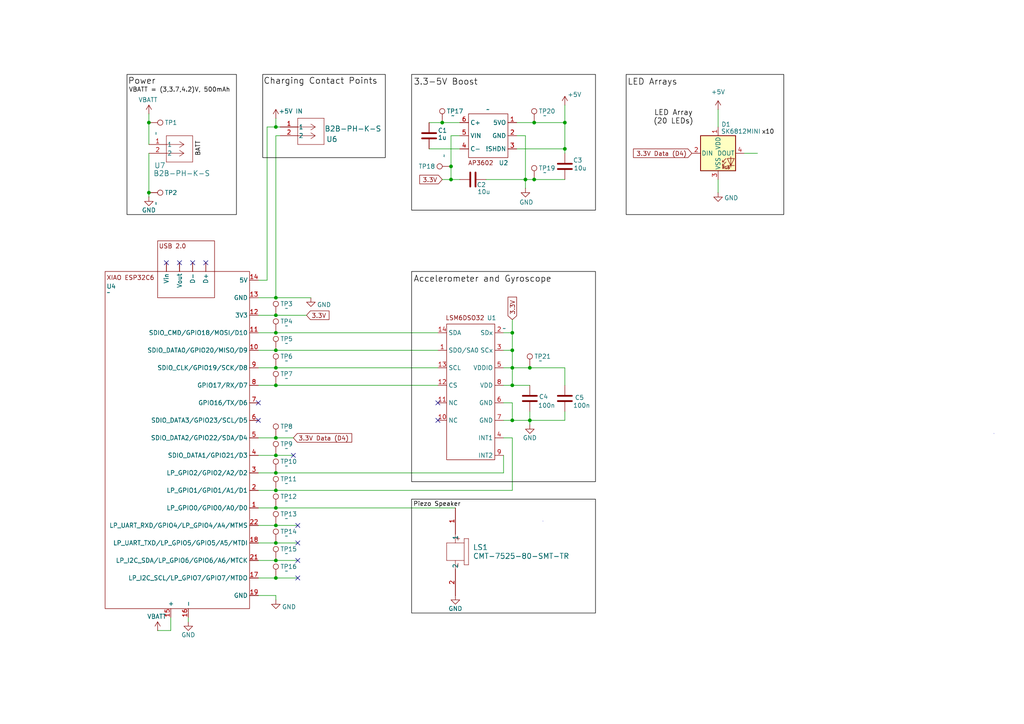
<source format=kicad_sch>
(kicad_sch (version 20231120) (generator "eeschema") (generator_version "8.0")
  (paper "A4")
  (title_block (title "LED20 Updated Schematic") (date "2024-11-12") (rev "3") (company "Team 01") (comment 1 "Schematic of LED20 prototype"))
  (lib_symbols
    (symbol "2024-11-12_01-25-46:B2B-PH-K-S" (pin_names (offset 0.254))
      (property "Reference" "U6" (at 3.302 -4.318 0))
      (property "Value" "B2B-PH-K-S" (at 5.588 -6.35 0))
      (symbol "B2B-PH-K-S_1_1"
        (polyline (pts (xy 5.08 -5.08) (xy 12.7 -5.08)) (stroke (width 0.127)))
        (polyline (pts (xy 5.08 2.54) (xy 5.08 -5.08)) (stroke (width 0.127)))
        (polyline (pts (xy 10.16 -2.54) (xy 5.08 -2.54)) (stroke (width 0.127)))
        (polyline (pts (xy 10.16 -2.54) (xy 8.89 -3.3867)) (stroke (width 0.127)))
        (polyline (pts (xy 10.16 -2.54) (xy 8.89 -1.6933)) (stroke (width 0.127)))
        (polyline (pts (xy 10.16 0) (xy 5.08 0)) (stroke (width 0.127)))
        (polyline (pts (xy 10.16 0) (xy 8.89 -0.8467)) (stroke (width 0.127)))
        (polyline (pts (xy 10.16 0) (xy 8.89 0.8467)) (stroke (width 0.127)))
        (polyline (pts (xy 12.7 -5.08) (xy 12.7 2.54)) (stroke (width 0.127)))
        (polyline (pts (xy 12.7 2.54) (xy 5.08 2.54)) (stroke (width 0.127)))
        (pin power_out line (at 0 0 0) (length 5.08) (name "1") (number "1"))
        (pin power_out line (at 0 -2.54 0) (length 5.08) (name "2") (number "2"))
      )
    )
    (symbol "2024-11-12_02-31-52:CMT-7525-80-SMT-TR" (pin_names (offset 0.254))
      (property "Reference" "LS" (at 12.7 10.16 0))
      (property "Value" "CMT-7525-80-SMT-TR" (at 12.7 7.62 0))
      (symbol "CMT-7525-80-SMT-TR_1_1"
        (polyline (pts (xy 7.62 0) (xy 10.16 0)) (stroke (width 0.127)))
        (polyline (pts (xy 8.382 0.762) (xy 9.398 0.762)) (stroke (width 0.127)))
        (polyline (pts (xy 8.89 1.27) (xy 8.89 0.254)) (stroke (width 0.127)))
        (polyline (pts (xy 8.89 3.81) (xy 8.89 2.54)) (stroke (width 0.127)))
        (polyline (pts (xy 8.89 3.81) (xy 16.51 3.81)) (stroke (width 0.127)))
        (polyline (pts (xy 10.16 -2.54) (xy 15.24 -2.54)) (stroke (width 0.127)))
        (polyline (pts (xy 10.16 2.54) (xy 10.16 -2.54)) (stroke (width 0.127)))
        (polyline (pts (xy 15.24 -2.54) (xy 15.24 2.54)) (stroke (width 0.127)))
        (polyline (pts (xy 16.002 0.762) (xy 17.018 0.762)) (stroke (width 0.127)))
        (polyline (pts (xy 16.51 2.54) (xy 8.89 2.54)) (stroke (width 0.127)))
        (polyline (pts (xy 16.51 3.81) (xy 16.51 2.54)) (stroke (width 0.127)))
        (polyline (pts (xy 17.78 0) (xy 15.24 0)) (stroke (width 0.127)))
        (pin unspecified line (at 0 0 0) (length 7.62) (name "1") (number "1"))
        (pin unspecified line (at 25.4 0 180) (length 7.62) (name "2") (number "2"))
      )
    )
    (symbol "B2B-PH-K-S_1" (pin_names (offset 0.254))
      (property "Reference" "U7" (at 1.524 -6.096 0))
      (property "Value" "B2B-PH-K-S" (at 1.27 -8.382 0))
      (symbol "B2B-PH-K-S_1_1_1"
        (polyline (pts (xy 5.08 -5.08) (xy 12.7 -5.08)) (stroke (width 0.127)))
        (polyline (pts (xy 5.08 2.54) (xy 5.08 -5.08)) (stroke (width 0.127)))
        (polyline (pts (xy 10.16 -2.54) (xy 5.08 -2.54)) (stroke (width 0.127)))
        (polyline (pts (xy 10.16 -2.54) (xy 8.89 -3.3867)) (stroke (width 0.127)))
        (polyline (pts (xy 10.16 -2.54) (xy 8.89 -1.6933)) (stroke (width 0.127)))
        (polyline (pts (xy 10.16 0) (xy 5.08 0)) (stroke (width 0.127)))
        (polyline (pts (xy 10.16 0) (xy 8.89 -0.8467)) (stroke (width 0.127)))
        (polyline (pts (xy 10.16 0) (xy 8.89 0.8467)) (stroke (width 0.127)))
        (polyline (pts (xy 12.7 -5.08) (xy 12.7 2.54)) (stroke (width 0.127)))
        (polyline (pts (xy 12.7 2.54) (xy 5.08 2.54)) (stroke (width 0.127)))
        (pin power_out line (at 0 0 0) (length 5.08) (name "1") (number "1"))
        (pin power_out line (at 0 -2.54 0) (length 5.08) (name "2") (number "2"))
      )
    )
    (symbol "Connector:TestPoint" (pin_numbers hide) (pin_names (offset 0.762) hide)
      (property "Reference" "TP" (at 0 6.858 0))
      (property "Value" "TestPoint" (at 0 5.08 0))
      (symbol "TestPoint_0_1"
        (circle (center 0 3.302) (radius 0.762))
      )
      (symbol "TestPoint_1_1"
        (pin passive line (at 0 0 90) (length 2.54) (name "1") (number "1"))
      )
    )
    (symbol "Device:C" (pin_numbers hide) (pin_names (offset 0.254))
      (property "Reference" "C" (at 0.635 2.54 0))
      (property "Value" "C" (at 0.635 -2.54 0))
      (symbol "C_0_1"
        (polyline (pts (xy -2.032 -0.762) (xy 2.032 -0.762)) (stroke (width 0.508)))
        (polyline (pts (xy -2.032 0.762) (xy 2.032 0.762)) (stroke (width 0.508)))
      )
      (symbol "C_1_1"
        (pin passive line (at 0 3.81 270) (length 2.794) (name "~") (number "1"))
        (pin passive line (at 0 -3.81 90) (length 2.794) (name "~") (number "2"))
      )
    )
    (symbol "LED20_Library:AP3602"
      (property "Reference" "U" (at 3.302 -14.224 0))
      (symbol "AP3602_0_1"
        (rectangle (start -7.62 0) (end 3.81 -12.7))
      )
      (symbol "AP3602_1_1"
        (text "AP3602" (at -4.064 -14.224 0) (effects (font (size 1.27 1.27))))
        (pin power_out line (at 6.35 -2.54 180) (length 2.54) (name "5VO") (number "1"))
        (pin power_in line (at 6.35 -6.35 180) (length 2.54) (name "GND") (number "2"))
        (pin input line (at 6.35 -10.16 180) (length 2.54) (name "!SHDN") (number "3"))
        (pin input line (at -10.16 -10.16 0) (length 2.54) (name "C-") (number "4"))
        (pin power_in line (at -10.16 -6.35 0) (length 2.54) (name "VIN") (number "5"))
        (pin input line (at -10.16 -2.54 0) (length 2.54) (name "C+") (number "6"))
      )
    )
    (symbol "LED20_Library:LSM6DSO32"
      (property "Reference" "U1" (at 1.524 4.318 0))
      (property "Value" "~" (at 6.0041 1.27 0))
      (symbol "LSM6DSO32_0_1"
        (rectangle (start -10.16 2.54) (end 3.81 -36.83))
      )
      (symbol "LSM6DSO32_1_1"
        (text "LSM6DSO32" (at -4.826 4.318 0) (effects (font (size 1.27 1.27))))
        (pin output line (at -12.7 -5.08 0) (length 2.54) (name "SDO/SA0") (number "1"))
        (pin unspecified line (at -12.7 -25.4 0) (length 2.54) (name "NC") (number "10"))
        (pin unspecified line (at -12.7 -20.32 0) (length 2.54) (name "NC") (number "11"))
        (pin input line (at -12.7 -15.24 0) (length 2.54) (name "CS") (number "12"))
        (pin output line (at -12.7 -10.16 0) (length 2.54) (name "SCL") (number "13"))
        (pin output line (at -12.7 0 0) (length 2.54) (name "SDA") (number "14"))
        (pin power_in line (at 6.35 0 180) (length 2.54) (name "SDx") (number "2"))
        (pin power_in line (at 6.35 -5.08 180) (length 2.54) (name "SCx") (number "3"))
        (pin output line (at 6.35 -30.48 180) (length 2.54) (name "INT1") (number "4"))
        (pin power_in line (at 6.35 -10.16 180) (length 2.54) (name "VDDIO") (number "5"))
        (pin power_in line (at 6.35 -20.32 180) (length 2.54) (name "GND") (number "6"))
        (pin power_in line (at 6.35 -25.4 180) (length 2.54) (name "GND") (number "7"))
        (pin power_in line (at 6.35 -15.24 180) (length 2.54) (name "VDD") (number "8"))
        (pin output line (at 6.35 -35.56 180) (length 2.54) (name "INT2") (number "9"))
      )
    )
    (symbol "LED20_Library:XIAO_ESP32C6"
      (property "Reference" "U4" (at -24.892 28.702 0))
      (property "Value" "~" (at -25.654 26.924 0))
      (symbol "XIAO_ESP32C6_0_1"
        (rectangle (start -26.67 33.02) (end 15.24 -64.77))
        (rectangle (start -11.43 41.91) (end 5.08 25.4))
      )
      (symbol "XIAO_ESP32C6_1_1"
        (text "USB 2.0" (at -7.112 40.386 0) (effects (font (size 1.27 1.27))))
        (text "XIAO ESP32C6" (at -19.304 31.242 0) (effects (font (size 1.27 1.27))))
        (pin bidirectional line (at 2.54 35.56 270) (length 2.54) (name "D+") (number ""))
        (pin bidirectional line (at -1.27 35.56 270) (length 2.54) (name "D-") (number ""))
        (pin power_in line (at -8.89 35.56 270) (length 2.54) (name "Vin") (number ""))
        (pin power_out line (at -5.08 35.56 270) (length 2.54) (name "Vout") (number ""))
        (pin bidirectional line (at 17.78 -35.56 180) (length 2.54) (name "LP_GPIO0/GPIO0/A0/D0") (number "1"))
        (pin bidirectional line (at 17.78 10.16 180) (length 2.54) (name "SDIO_DATA0/GPIO20/MISO/D9") (number "10"))
        (pin bidirectional line (at 17.78 15.24 180) (length 2.54) (name "SDIO_CMD/GPIO18/MOSI/D10") (number "11"))
        (pin power_out line (at 17.78 20.32 180) (length 2.54) (name "3V3") (number "12"))
        (pin power_in line (at 17.78 25.4 180) (length 2.54) (name "GND") (number "13"))
        (pin power_in line (at 17.78 30.48 180) (length 2.54) (name "5V") (number "14"))
        (pin power_in line (at -7.62 -67.31 90) (length 2.54) (name "+") (number "15"))
        (pin power_in line (at -2.54 -67.31 90) (length 2.54) (name "-") (number "16"))
        (pin bidirectional line (at 17.78 -55.88 180) (length 2.54) (name "LP_I2C_SCL/LP_GPIO7/GPIO7/MTDO") (number "17"))
        (pin bidirectional line (at 17.78 -45.72 180) (length 2.54) (name "LP_UART_TXD/LP_GPIO5/GPIO5/A5/MTDI") (number "18"))
        (pin power_in line (at 17.78 -60.96 180) (length 2.54) (name "GND") (number "19"))
        (pin bidirectional line (at 17.78 -30.48 180) (length 2.54) (name "LP_GPIO1/GPIO1/A1/D1") (number "2"))
        (pin bidirectional line (at 17.78 -50.8 180) (length 2.54) (name "LP_I2C_SDA/LP_GPIO6/GPIO6/A6/MTCK") (number "21"))
        (pin bidirectional line (at 17.78 -40.64 180) (length 2.54) (name "LP_UART_RXD/GPIO4/LP_GPIO4/A4/MTMS") (number "22"))
        (pin bidirectional line (at 17.78 -25.4 180) (length 2.54) (name "LP_GPIO2/GPIO2/A2/D2") (number "3"))
        (pin bidirectional line (at 17.78 -20.32 180) (length 2.54) (name "SDIO_DATA1/GPIO21/D3") (number "4"))
        (pin bidirectional line (at 17.78 -15.24 180) (length 2.54) (name "SDIO_DATA2/GPIO22/SDA/D4") (number "5"))
        (pin bidirectional line (at 17.78 -10.16 180) (length 2.54) (name "SDIO_DATA3/GPIO23/SCL/D5") (number "6"))
        (pin bidirectional line (at 17.78 -5.08 180) (length 2.54) (name "GPIO16/TX/D6") (number "7"))
        (pin bidirectional line (at 17.78 0 180) (length 2.54) (name "GPIO17/RX/D7") (number "8"))
        (pin bidirectional line (at 17.78 5.08 180) (length 2.54) (name "SDIO_CLK/GPIO19/SCK/D8") (number "9"))
      )
    )
    (symbol "LED:SK6812MINI" (pin_names (offset 0.254))
      (property "Reference" "D1" (at 2.286 8.382 0))
      (property "Value" "SK6812MINI" (at 6.604 6.35 0))
      (symbol "SK6812MINI_0_0"
        (text "RGB" (at 2.286 -4.191 0) (effects (font (size 0.762 0.762))))
      )
      (symbol "SK6812MINI_0_1"
        (polyline (pts (xy 1.27 -3.556) (xy 1.778 -3.556)))
        (polyline (pts (xy 1.27 -2.54) (xy 1.778 -2.54)))
        (polyline (pts (xy 4.699 -3.556) (xy 2.667 -3.556)))
        (polyline (pts (xy 2.286 -2.54) (xy 1.27 -3.556) (xy 1.27 -3.048)))
        (polyline (pts (xy 2.286 -1.524) (xy 1.27 -2.54) (xy 1.27 -2.032)))
        (polyline (pts (xy 3.683 -1.016) (xy 3.683 -3.556) (xy 3.683 -4.064)))
        (polyline (pts (xy 4.699 -1.524) (xy 2.667 -1.524) (xy 3.683 -3.556) (xy 4.699 -1.524)))
        (rectangle (start 5.08 5.08) (end -5.08 -5.08) (stroke (width 0.254)) (fill (type background)))
      )
      (symbol "SK6812MINI_1_1"
        (pin power_in line (at 0 7.62 270) (length 2.54) (name "VDD") (number "1"))
        (pin input line (at -7.62 0 0) (length 2.54) (name "DIN") (number "2"))
        (pin power_in line (at 0 -7.62 90) (length 2.54) (name "VSS") (number "3"))
        (pin output line (at 7.62 0 180) (length 2.54) (name "DOUT") (number "4"))
      )
    )
    (symbol "power:+5V" (power) (pin_numbers hide) (pin_names (offset 0) hide)
      (property "Value" "+5V" (at 0 3.556 0))
      (symbol "+5V_0_1"
        (polyline (pts (xy -0.762 1.27) (xy 0 2.54)))
        (polyline (pts (xy 0 0) (xy 0 2.54)))
        (polyline (pts (xy 0 2.54) (xy 0.762 1.27)))
      )
      (symbol "+5V_1_1"
        (pin power_in line (at 0 0 90) (length 0) (name "~") (number "1"))
      )
    )
    (symbol "power:+BATT" (power) (pin_numbers hide) (pin_names (offset 0) hide)
      (property "Value" "+BATT" (at 0 3.556 0))
      (symbol "+BATT_0_1"
        (polyline (pts (xy -0.762 1.27) (xy 0 2.54)))
        (polyline (pts (xy 0 0) (xy 0 2.54)))
        (polyline (pts (xy 0 2.54) (xy 0.762 1.27)))
      )
      (symbol "+BATT_1_1"
        (pin power_in line (at 0 0 90) (length 0) (name "~") (number "1"))
      )
    )
    (symbol "power:GND" (power) (pin_numbers hide) (pin_names (offset 0) hide)
      (property "Value" "GND" (at 0 -3.81 0))
      (symbol "GND_0_1"
        (polyline (pts (xy 0 0) (xy 0 -1.27) (xy 1.27 -1.27) (xy 0 -2.54) (xy -1.27 -1.27) (xy 0 -1.27)))
      )
      (symbol "GND_1_1"
        (pin power_in line (at 0 0 270) (length 0) (name "~") (number "1"))
      )
    )
  )
  (junction (at 153.67 121.92))
  (junction (at 148.59 121.92))
  (junction (at 130.81 52.07))
  (junction (at 148.59 106.68))
  (junction (at 154.94 52.07))
  (junction (at 43.18 35.56))
  (junction (at 80.01 167.64))
  (junction (at 80.01 36.83))
  (junction (at 80.01 96.52))
  (junction (at 153.67 106.68))
  (junction (at 152.4 52.07))
  (junction (at 80.01 86.36))
  (junction (at 43.18 55.88))
  (junction (at 80.01 106.68))
  (junction (at 148.59 101.6))
  (junction (at 80.01 91.44))
  (junction (at 80.01 142.24))
  (junction (at 80.01 162.56))
  (junction (at 80.01 157.48))
  (junction (at 163.83 43.18))
  (junction (at 80.01 127))
  (junction (at 154.94 35.56))
  (junction (at 148.59 96.52))
  (junction (at 80.01 137.16))
  (junction (at 80.01 132.08))
  (junction (at 80.01 101.6))
  (junction (at 128.27 35.56))
  (junction (at 130.81 48.26))
  (junction (at 80.01 147.32))
  (junction (at 80.01 111.76))
  (junction (at 163.83 35.56))
  (junction (at 148.59 111.76))
  (junction (at 80.01 152.4))
  (no_connect (at 127 116.84))
  (no_connect (at 127 121.92))
  (no_connect (at 55.88 76.2))
  (no_connect (at 86.36 152.4))
  (no_connect (at 59.69 76.2))
  (no_connect (at 86.36 162.56))
  (no_connect (at 74.93 116.84))
  (no_connect (at 86.36 167.64))
  (no_connect (at 74.93 121.92))
  (no_connect (at 85.09 132.08))
  (no_connect (at 52.07 76.2))
  (no_connect (at 86.36 157.48))
  (no_connect (at 48.26 76.2))
  (wire (pts (xy 152.4 54.61) (xy 152.4 52.07)))
  (wire (pts (xy 148.59 142.24) (xy 148.59 127)))
  (wire (pts (xy 146.05 132.08) (xy 146.05 137.16)))
  (wire (pts (xy 80.01 86.36) (xy 90.17 86.36)))
  (wire (pts (xy 215.9 44.45) (xy 219.71 44.45)))
  (wire (pts (xy 153.67 121.92) (xy 148.59 121.92)))
  (wire (pts (xy 163.83 44.45) (xy 163.83 43.18)))
  (wire (pts (xy 80.01 137.16) (xy 74.93 137.16)))
  (wire (pts (xy 80.01 152.4) (xy 74.93 152.4)))
  (wire (pts (xy 152.4 52.07) (xy 152.4 39.37)))
  (wire (pts (xy 148.59 127) (xy 146.05 127)))
  (wire (pts (xy 80.01 127) (xy 85.09 127)))
  (wire (pts (xy 163.83 30.48) (xy 163.83 35.56)))
  (wire (pts (xy 148.59 96.52) (xy 148.59 92.71)))
  (wire (pts (xy 146.05 116.84) (xy 148.59 116.84)))
  (wire (pts (xy 86.36 152.4) (xy 80.01 152.4)))
  (wire (pts (xy 80.01 101.6) (xy 127 101.6)))
  (wire (pts (xy 80.01 157.48) (xy 74.93 157.48)))
  (wire (pts (xy 146.05 101.6) (xy 148.59 101.6)))
  (wire (pts (xy 146.05 137.16) (xy 80.01 137.16)))
  (wire (pts (xy 148.59 111.76) (xy 153.67 111.76)))
  (wire (pts (xy 154.94 52.07) (xy 152.4 52.07)))
  (wire (pts (xy 80.01 132.08) (xy 85.09 132.08)))
  (wire (pts (xy 43.18 44.45) (xy 43.18 55.88)))
  (wire (pts (xy 146.05 121.92) (xy 148.59 121.92)))
  (wire (pts (xy 208.28 52.07) (xy 208.28 55.88)))
  (wire (pts (xy 86.36 167.64) (xy 80.01 167.64)))
  (wire (pts (xy 74.93 106.68) (xy 80.01 106.68)))
  (wire (pts (xy 74.93 142.24) (xy 80.01 142.24)))
  (wire (pts (xy 130.81 52.07) (xy 133.35 52.07)))
  (wire (pts (xy 43.18 55.88) (xy 43.18 57.15)))
  (wire (pts (xy 80.01 39.37) (xy 80.01 86.36)))
  (wire (pts (xy 74.93 101.6) (xy 80.01 101.6)))
  (wire (pts (xy 74.93 132.08) (xy 80.01 132.08)))
  (wire (pts (xy 146.05 111.76) (xy 148.59 111.76)))
  (wire (pts (xy 146.05 96.52) (xy 148.59 96.52)))
  (wire (pts (xy 153.67 123.19) (xy 153.67 121.92)))
  (wire (pts (xy 163.83 111.76) (xy 163.83 106.68)))
  (wire (pts (xy 80.01 142.24) (xy 148.59 142.24)))
  (wire (pts (xy 148.59 111.76) (xy 148.59 106.68)))
  (wire (pts (xy 133.35 39.37) (xy 130.81 39.37)))
  (wire (pts (xy 80.01 167.64) (xy 74.93 167.64)))
  (wire (pts (xy 148.59 106.68) (xy 153.67 106.68)))
  (wire (pts (xy 86.36 162.56) (xy 80.01 162.56)))
  (wire (pts (xy 80.01 91.44) (xy 88.9 91.44)))
  (wire (pts (xy 140.97 52.07) (xy 152.4 52.07)))
  (wire (pts (xy 128.27 35.56) (xy 133.35 35.56)))
  (wire (pts (xy 54.61 179.07) (xy 54.61 180.34)))
  (wire (pts (xy 149.86 39.37) (xy 152.4 39.37)))
  (wire (pts (xy 43.18 35.56) (xy 43.18 41.91)))
  (wire (pts (xy 80.01 106.68) (xy 127 106.68)))
  (wire (pts (xy 77.47 36.83) (xy 80.01 36.83)))
  (wire (pts (xy 149.86 35.56) (xy 154.94 35.56)))
  (wire (pts (xy 153.67 121.92) (xy 163.83 121.92)))
  (wire (pts (xy 130.81 48.26) (xy 130.81 52.07)))
  (wire (pts (xy 74.93 96.52) (xy 80.01 96.52)))
  (wire (pts (xy 49.53 179.07) (xy 49.53 182.88)))
  (wire (pts (xy 80.01 162.56) (xy 74.93 162.56)))
  (wire (pts (xy 45.72 182.88) (xy 49.53 182.88)))
  (wire (pts (xy 74.93 111.76) (xy 80.01 111.76)))
  (wire (pts (xy 148.59 106.68) (xy 148.59 101.6)))
  (wire (pts (xy 163.83 52.07) (xy 154.94 52.07)))
  (wire (pts (xy 154.94 35.56) (xy 163.83 35.56)))
  (wire (pts (xy 153.67 119.38) (xy 153.67 121.92)))
  (wire (pts (xy 124.46 35.56) (xy 128.27 35.56)))
  (wire (pts (xy 130.81 39.37) (xy 130.81 48.26)))
  (wire (pts (xy 80.01 147.32) (xy 132.08 147.32)))
  (wire (pts (xy 74.93 147.32) (xy 80.01 147.32)))
  (wire (pts (xy 80.01 39.37) (xy 81.28 39.37)))
  (wire (pts (xy 153.67 106.68) (xy 163.83 106.68)))
  (wire (pts (xy 146.05 106.68) (xy 148.59 106.68)))
  (wire (pts (xy 74.93 172.72) (xy 80.01 172.72)))
  (wire (pts (xy 148.59 116.84) (xy 148.59 121.92)))
  (wire (pts (xy 77.47 81.28) (xy 74.93 81.28)))
  (wire (pts (xy 208.28 31.75) (xy 208.28 36.83)))
  (wire (pts (xy 74.93 91.44) (xy 80.01 91.44)))
  (wire (pts (xy 80.01 172.72) (xy 80.01 173.99)))
  (wire (pts (xy 74.93 86.36) (xy 80.01 86.36)))
  (wire (pts (xy 80.01 34.29) (xy 80.01 36.83)))
  (wire (pts (xy 86.36 157.48) (xy 80.01 157.48)))
  (wire (pts (xy 80.01 96.52) (xy 127 96.52)))
  (wire (pts (xy 163.83 119.38) (xy 163.83 121.92)))
  (wire (pts (xy 43.18 33.02) (xy 43.18 35.56)))
  (wire (pts (xy 148.59 101.6) (xy 148.59 96.52)))
  (wire (pts (xy 124.46 43.18) (xy 133.35 43.18)))
  (wire (pts (xy 149.86 43.18) (xy 163.83 43.18)))
  (wire (pts (xy 74.93 127) (xy 80.01 127)))
  (wire (pts (xy 80.01 111.76) (xy 127 111.76)))
  (wire (pts (xy 81.28 36.83) (xy 80.01 36.83)))
  (wire (pts (xy 77.47 36.83) (xy 77.47 81.28)))
  (wire (pts (xy 163.83 35.56) (xy 163.83 43.18)))
  (wire (pts (xy 128.27 52.07) (xy 130.81 52.07)))
  (rectangle (start 157.48 151.13) (end 157.48 151.13))
  (rectangle (start 119.38 78.74) (end 172.72 139.7) (stroke (width 0) (color 0 0 0 1)))
  (rectangle (start 119.38 144.78) (end 172.72 177.8) (stroke (width 0) (color 0 0 0 1)))
  (rectangle (start 76.2 21.59) (end 111.76 45.72) (stroke (width 0) (color 0 0 0 1)))
  (rectangle (start 181.61 21.59) (end 227.33 62.23) (stroke (width 0) (color 0 0 0 1)))
  (rectangle (start 119.38 21.59) (end 172.72 60.96) (stroke (width 0) (color 0 0 0 1)))
  (rectangle (start 288.29 125.73) (end 288.29 125.73))
  (rectangle (start 36.83 21.59) (end 68.58 62.23) (stroke (width 0) (color 0 0 0 1)))
  (text "Charging Contact Points\n" (at 92.964 23.622 0) (effects (font (size 1.778 1.778))))
  (text "Piezo Speaker\n" (at 126.746 146.304 0) (effects (font (size 1.27 1.27))))
  (text "3.3-5V Boost" (at 129.286 23.876 0) (effects (font (size 1.778 1.778))))
  (text "VBATT = (3,3.7,4.2)V, 500mAh" (at 52.07 26.162 0) (effects (font (size 1.27 1.27))))
  (text "BATT" (at 57.404 43.18 90) (effects (font (size 1.27 1.27))))
  (text "LED Arrays" (at 189.23 23.876 0) (effects (font (size 1.778 1.778))))
  (text "Power" (at 41.148 23.622 0) (effects (font (size 1.778 1.778))))
  (text "Accelerometer and Gyroscope\n" (at 139.954 81.026 0) (effects (font (size 1.778 1.778))))
  (text "LED Array\n(20 LEDs)" (at 195.326 34.036 0) (effects (font (size 1.524 1.524))))
  (text "x10" (at 222.758 38.354 0) (effects (font (size 1.27 1.27))))
  (global_label "3.3V" (shape input) (at 148.59 92.71 90) (property "Intersheetrefs" "${INTERSHEET_REFS}" (effects (hide yes))))
  (global_label "3.3V" (shape input) (at 128.27 52.07 180) (property "Intersheetrefs" "${INTERSHEET_REFS}" (effects (hide yes))))
  (global_label "3.3V Data (D4)" (shape input) (at 200.66 44.45 180) (property "Intersheetrefs" "${INTERSHEET_REFS}" (effects (hide yes))))
  (global_label "3.3V Data (D4)" (shape input) (at 85.09 127 0) (property "Intersheetrefs" "${INTERSHEET_REFS}" (effects (hide yes))))
  (global_label "3.3V" (shape input) (at 88.9 91.44 0) (property "Intersheetrefs" "${INTERSHEET_REFS}" (effects (hide yes))))
  (symbol (lib_id "Connector:TestPoint") (at 80.01 137.16 0) (unit 1)
    (property "Reference" "TP10" (at 81.28 133.858 0) (effects (justify left)))
    (property "Value" "~" (at 82.55 135.128 0) (effects (justify left)))
    (property "Footprint" "TestPoint:TestPoint_Pad_D1.0mm" (effects (hide yes)))
    (property "Description" "test point" (effects (hide yes)))
  )
  (symbol (lib_id "Connector:TestPoint") (at 80.01 101.6 0) (unit 1)
    (property "Reference" "TP5" (at 81.28 98.298 0) (effects (justify left)))
    (property "Value" "~" (at 82.55 99.568 0) (effects (justify left)))
    (property "Footprint" "TestPoint:TestPoint_Pad_D1.0mm" (effects (hide yes)))
    (property "Description" "test point" (effects (hide yes)))
  )
  (symbol (lib_id "power:+5V") (at 163.83 30.48 0) (unit 1)
    (property "Reference" "#PWR05" (effects (hide yes)))
    (property "Value" "+5V" (at 166.624 27.432 0))
    (property "Description" "Power symbol creates a global label with name \"+5V\"" (effects (hide yes)))
  )
  (symbol (lib_id "Connector:TestPoint") (at 130.81 48.26 90) (unit 1)
    (property "Reference" "TP18" (at 126.238 48.26 90) (effects (justify left)))
    (property "Value" "~" (at 128.778 45.72 0) (effects (justify left)))
    (property "Footprint" "TestPoint:TestPoint_Pad_D1.0mm" (effects (hide yes)))
    (property "Description" "test point" (effects (hide yes)))
  )
  (symbol (lib_id "Device:C") (at 163.83 115.57 180) (unit 1)
    (property "Reference" "C5" (at 169.418 115.316 0) (effects (justify left)))
    (property "Value" "100n" (at 171.196 117.602 0) (effects (justify left)))
    (property "Footprint" "Capacitor_SMD:C_0603_1608Metric" (effects (hide yes)))
    (property "Description" "Unpolarized capacitor" (effects (hide yes)))
  )
  (symbol (lib_id "Device:C") (at 124.46 39.37 0) (unit 1)
    (property "Reference" "C1" (at 127 37.846 0) (effects (justify left)))
    (property "Value" "1u" (at 127 39.878 0) (effects (justify left)))
    (property "Footprint" "Capacitor_SMD:C_0603_1608Metric" (effects (hide yes)))
    (property "Description" "Unpolarized capacitor" (effects (hide yes)))
  )
  (symbol (lib_id "power:+5V") (at 208.28 31.75 0) (unit 1)
    (property "Reference" "#PWR08" (effects (hide yes)))
    (property "Value" "+5V" (at 208.28 26.67 0))
    (property "Description" "Power symbol creates a global label with name \"+5V\"" (effects (hide yes)))
  )
  (symbol (lib_id "Connector:TestPoint") (at 80.01 167.64 0) (unit 1)
    (property "Reference" "TP16" (at 81.28 164.338 0) (effects (justify left)))
    (property "Value" "~" (at 82.55 165.608 0) (effects (justify left)))
    (property "Footprint" "TestPoint:TestPoint_Pad_D1.0mm" (effects (hide yes)))
    (property "Description" "test point" (effects (hide yes)))
  )
  (symbol (lib_id "Device:C") (at 163.83 48.26 180) (unit 1)
    (property "Reference" "C3" (at 168.91 46.482 0) (effects (justify left)))
    (property "Value" "10u" (at 170.18 48.768 0) (effects (justify left)))
    (property "Footprint" "Capacitor_SMD:C_0603_1608Metric" (effects (hide yes)))
    (property "Description" "Unpolarized capacitor" (effects (hide yes)))
  )
  (symbol (lib_id "power:GND") (at 132.08 172.72 0) (unit 1)
    (property "Reference" "#PWR015" (effects (hide yes)))
    (property "Value" "GND" (at 132.08 176.53 0))
    (property "Description" "Power symbol creates a global label with name \"GND\" , ground" (effects (hide yes)))
  )
  (symbol (lib_id "Connector:TestPoint") (at 80.01 147.32 0) (unit 1)
    (property "Reference" "TP12" (at 81.28 144.018 0) (effects (justify left)))
    (property "Value" "~" (at 82.55 145.288 0) (effects (justify left)))
    (property "Footprint" "TestPoint:TestPoint_Pad_D1.0mm" (effects (hide yes)))
    (property "Description" "test point" (effects (hide yes)))
  )
  (symbol (lib_id "Connector:TestPoint") (at 80.01 157.48 0) (unit 1)
    (property "Reference" "TP14" (at 81.28 154.178 0) (effects (justify left)))
    (property "Value" "~" (at 82.55 155.448 0) (effects (justify left)))
    (property "Footprint" "TestPoint:TestPoint_Pad_D1.0mm" (effects (hide yes)))
    (property "Description" "test point" (effects (hide yes)))
  )
  (symbol (lib_id "power:GND") (at 208.28 55.88 0) (unit 1)
    (property "Reference" "#PWR010" (effects (hide yes)))
    (property "Value" "GND" (at 212.09 57.404 0))
    (property "Description" "Power symbol creates a global label with name \"GND\" , ground" (effects (hide yes)))
  )
  (symbol (lib_id "power:GND") (at 80.01 173.99 0) (unit 1)
    (property "Reference" "#PWR06" (effects (hide yes)))
    (property "Value" "GND" (at 83.82 176.022 0))
    (property "Description" "Power symbol creates a global label with name \"GND\" , ground" (effects (hide yes)))
  )
  (symbol (lib_id "Connector:TestPoint") (at 80.01 127 0) (unit 1)
    (property "Reference" "TP8" (at 81.28 123.698 0) (effects (justify left)))
    (property "Value" "~" (at 82.55 124.968 0) (effects (justify left)))
    (property "Footprint" "TestPoint:TestPoint_Pad_D1.0mm" (effects (hide yes)))
    (property "Description" "test point" (effects (hide yes)))
  )
  (symbol (lib_id "power:+BATT") (at 45.72 182.88 0) (unit 1)
    (property "Reference" "#PWR03" (effects (hide yes)))
    (property "Value" "VBATT" (at 45.466 178.816 0))
    (property "Description" "Power symbol creates a global label with name \"+BATT\"" (effects (hide yes)))
  )
  (symbol (lib_id "power:GND") (at 43.18 57.15 0) (unit 1)
    (property "Reference" "#PWR01" (effects (hide yes)))
    (property "Value" "GND" (at 43.18 60.96 0))
    (property "Description" "Power symbol creates a global label with name \"GND\" , ground" (effects (hide yes)))
  )
  (symbol (lib_id "LED20_Library:LSM6DSO32") (at 139.7 96.52 0) (unit 1)
    (property "Reference" "U1" (at 141.224 92.202 0) (effects (justify left)))
    (property "Value" "~" (at 145.7041 95.25 0) (effects (justify left)))
    (property "Footprint" "Led20:LGA-14L_2P5X3X0P83_STM-L" (effects (hide yes)))
  )
  (symbol (lib_id "Connector:TestPoint") (at 80.01 152.4 0) (unit 1)
    (property "Reference" "TP13" (at 81.28 149.098 0) (effects (justify left)))
    (property "Value" "~" (at 82.55 150.368 0) (effects (justify left)))
    (property "Footprint" "TestPoint:TestPoint_Pad_D1.0mm" (effects (hide yes)))
    (property "Description" "test point" (effects (hide yes)))
  )
  (symbol (lib_id "2024-11-12_01-25-46:B2B-PH-K-S") (at 81.28 36.83 0) (unit 1)
    (property "Reference" "U6" (at 96.266 40.386 0) (effects (font (size 1.524 1.524))))
    (property "Value" "B2B-PH-K-S" (at 102.362 37.338 0) (effects (font (size 1.524 1.524))))
    (property "Footprint" "Connector_JST:JST_PH_B2B-PH-K_1x02_P2.00mm_Vertical" (effects (hide yes)))
    (property "Datasheet" "B2B-PH-K-S" (effects (hide yes)))
  )
  (symbol (lib_id "power:+BATT") (at 80.01 34.29 0) (mirror y) (unit 1)
    (property "Reference" "#PWR011" (effects (hide yes)))
    (property "Value" "+5V IN" (at 84.328 32.258 0))
    (property "Description" "Power symbol creates a global label with name \"+BATT\"" (effects (hide yes)))
  )
  (symbol (lib_id "2024-11-12_02-31-52:CMT-7525-80-SMT-TR") (at 132.08 147.32 270) (unit 1)
    (property "Reference" "LS1" (at 137.16 158.7499 90) (effects (font (size 1.524 1.524)) (justify left)))
    (property "Value" "CMT-7525-80-SMT-TR" (at 137.16 161.2899 90) (effects (font (size 1.524 1.524)) (justify left)))
    (property "Footprint" "Led20:CMT-7525-80-SMT-TR_CUD" (effects (hide yes)))
    (property "Datasheet" "CMT-7525-80-SMT-TR" (effects (hide yes)))
  )
  (symbol (lib_id "power:GND") (at 54.61 180.34 0) (unit 1)
    (property "Reference" "#PWR04" (effects (hide yes)))
    (property "Value" "GND" (at 54.61 184.15 0))
    (property "Description" "Power symbol creates a global label with name \"GND\" , ground" (effects (hide yes)))
  )
  (symbol (lib_id "Connector:TestPoint") (at 80.01 106.68 0) (unit 1)
    (property "Reference" "TP6" (at 81.28 103.378 0) (effects (justify left)))
    (property "Value" "~" (at 82.55 104.648 0) (effects (justify left)))
    (property "Footprint" "TestPoint:TestPoint_Pad_D1.0mm" (effects (hide yes)))
    (property "Description" "test point" (effects (hide yes)))
  )
  (symbol (lib_id "Connector:TestPoint") (at 154.94 35.56 0) (unit 1)
    (property "Reference" "TP20" (at 156.21 32.258 0) (effects (justify left)))
    (property "Value" "~" (at 157.48 33.528 0) (effects (justify left)))
    (property "Footprint" "TestPoint:TestPoint_Pad_D1.0mm" (effects (hide yes)))
    (property "Description" "test point" (effects (hide yes)))
  )
  (symbol (lib_id "power:GND") (at 153.67 123.19 0) (unit 1)
    (property "Reference" "#PWR014" (effects (hide yes)))
    (property "Value" "GND" (at 153.67 127 0))
    (property "Description" "Power symbol creates a global label with name \"GND\" , ground" (effects (hide yes)))
  )
  (symbol (lib_id "Connector:TestPoint") (at 154.94 52.07 0) (unit 1)
    (property "Reference" "TP19" (at 156.21 48.768 0) (effects (justify left)))
    (property "Value" "~" (at 157.48 50.038 0) (effects (justify left)))
    (property "Footprint" "TestPoint:TestPoint_Pad_D1.0mm" (effects (hide yes)))
    (property "Description" "test point" (effects (hide yes)))
  )
  (symbol (lib_id "Connector:TestPoint") (at 80.01 111.76 0) (unit 1)
    (property "Reference" "TP7" (at 81.28 108.458 0) (effects (justify left)))
    (property "Value" "~" (at 82.55 109.728 0) (effects (justify left)))
    (property "Footprint" "TestPoint:TestPoint_Pad_D1.0mm" (effects (hide yes)))
    (property "Description" "test point" (effects (hide yes)))
  )
  (symbol (lib_id "LED20_Library:XIAO_ESP32C6") (at 57.15 111.76 0) (unit 1)
    (property "Reference" "U4" (at 32.258 83.058 0))
    (property "Value" "~" (at 31.496 84.836 0))
    (property "Footprint" "Led20:XIAO-ESP32-C6-SMD" (effects (hide yes)))
  )
  (symbol (lib_id "Connector:TestPoint") (at 43.18 35.56 270) (unit 1)
    (property "Reference" "TP1" (at 47.752 35.56 90) (effects (justify left)))
    (property "Value" "~" (at 45.212 38.1 0) (effects (justify left)))
    (property "Footprint" "TestPoint:TestPoint_Pad_D1.0mm" (effects (hide yes)))
    (property "Description" "test point" (effects (hide yes)))
  )
  (symbol (lib_id "power:+BATT") (at 43.18 33.02 0) (unit 1)
    (property "Reference" "#PWR02" (effects (hide yes)))
    (property "Value" "VBATT" (at 42.926 28.956 0))
    (property "Description" "Power symbol creates a global label with name \"+BATT\"" (effects (hide yes)))
  )
  (symbol (lib_id "Connector:TestPoint") (at 153.67 106.68 0) (unit 1)
    (property "Reference" "TP21" (at 154.94 103.378 0) (effects (justify left)))
    (property "Value" "~" (at 156.21 104.648 0) (effects (justify left)))
    (property "Footprint" "TestPoint:TestPoint_Pad_D1.0mm" (effects (hide yes)))
    (property "Description" "test point" (effects (hide yes)))
  )
  (symbol (lib_id "Connector:TestPoint") (at 128.27 35.56 0) (unit 1)
    (property "Reference" "TP17" (at 129.54 32.258 0) (effects (justify left)))
    (property "Value" "~" (at 130.81 33.528 0) (effects (justify left)))
    (property "Footprint" "TestPoint:TestPoint_Pad_D1.0mm" (effects (hide yes)))
    (property "Description" "test point" (effects (hide yes)))
  )
  (symbol (lib_id "Connector:TestPoint") (at 80.01 142.24 0) (unit 1)
    (property "Reference" "TP11" (at 81.28 138.938 0) (effects (justify left)))
    (property "Value" "~" (at 82.55 140.208 0) (effects (justify left)))
    (property "Footprint" "TestPoint:TestPoint_Pad_D1.0mm" (effects (hide yes)))
    (property "Description" "test point" (effects (hide yes)))
  )
  (symbol (lib_name "B2B-PH-K-S_1") (lib_id "2024-11-12_01-25-46:B2B-PH-K-S") (at 43.18 41.91 0) (unit 1)
    (property "Reference" "U7" (at 44.704 48.006 0) (effects (font (size 1.524 1.524)) (justify left)))
    (property "Value" "B2B-PH-K-S" (at 44.45 50.292 0) (effects (font (size 1.524 1.524)) (justify left)))
    (property "Footprint" "Connector_JST:JST_PH_B2B-PH-K_1x02_P2.00mm_Vertical" (effects (hide yes)))
    (property "Datasheet" "B2B-PH-K-S" (effects (hide yes)))
  )
  (symbol (lib_id "LED:SK6812MINI") (at 208.28 44.45 0) (unit 1)
    (property "Reference" "D1" (at 210.566 36.068 0))
    (property "Value" "SK6812MINI" (at 214.884 38.1 0))
    (property "Footprint" "Connector_JST:JST_PH_B3B-PH-K_1x03_P2.00mm_Vertical" (effects (hide yes)))
    (property "Datasheet" "https://cdn-shop.adafruit.com/product-files/2686/SK6812MINI_REV.01-1-2.pdf" (effects (hide yes)))
    (property "Description" "RGB LED with integrated controller" (effects (hide yes)))
  )
  (symbol (lib_id "Connector:TestPoint") (at 43.18 55.88 270) (unit 1)
    (property "Reference" "TP2" (at 47.752 55.88 90) (effects (justify left)))
    (property "Value" "~" (at 45.212 58.42 0) (effects (justify left)))
    (property "Footprint" "TestPoint:TestPoint_Pad_D1.0mm" (effects (hide yes)))
    (property "Description" "test point" (effects (hide yes)))
  )
  (symbol (lib_id "Device:C") (at 137.16 52.07 90) (unit 1)
    (property "Reference" "C2" (at 140.97 53.594 90) (effects (justify left)))
    (property "Value" "10u" (at 142.24 55.626 90) (effects (justify left)))
    (property "Footprint" "Capacitor_SMD:C_0603_1608Metric" (effects (hide yes)))
    (property "Description" "Unpolarized capacitor" (effects (hide yes)))
  )
  (symbol (lib_id "LED20_Library:AP3602") (at 143.51 33.02 0) (unit 1)
    (property "Reference" "U2" (at 146.05 47.244 0))
    (property "Value" "~" (at 141.5282 31.75 0))
    (property "Footprint" "Led20:ChargePump" (effects (hide yes)))
  )
  (symbol (lib_id "Connector:TestPoint") (at 80.01 91.44 0) (unit 1)
    (property "Reference" "TP3" (at 81.28 88.138 0) (effects (justify left)))
    (property "Value" "~" (at 82.55 89.408 0) (effects (justify left)))
    (property "Footprint" "TestPoint:TestPoint_Pad_D1.0mm" (effects (hide yes)))
    (property "Description" "test point" (effects (hide yes)))
  )
  (symbol (lib_id "Connector:TestPoint") (at 80.01 132.08 0) (unit 1)
    (property "Reference" "TP9" (at 81.28 128.778 0) (effects (justify left)))
    (property "Value" "~" (at 82.55 130.048 0) (effects (justify left)))
    (property "Footprint" "TestPoint:TestPoint_Pad_D1.0mm" (effects (hide yes)))
    (property "Description" "test point" (effects (hide yes)))
  )
  (symbol (lib_id "Connector:TestPoint") (at 80.01 162.56 0) (unit 1)
    (property "Reference" "TP15" (at 81.28 159.258 0) (effects (justify left)))
    (property "Value" "~" (at 82.55 160.528 0) (effects (justify left)))
    (property "Footprint" "TestPoint:TestPoint_Pad_D1.0mm" (effects (hide yes)))
    (property "Description" "test point" (effects (hide yes)))
  )
  (symbol (lib_id "power:GND") (at 152.4 54.61 0) (unit 1)
    (property "Reference" "#PWR09" (effects (hide yes)))
    (property "Value" "GND" (at 152.654 58.674 0))
    (property "Description" "Power symbol creates a global label with name \"GND\" , ground" (effects (hide yes)))
  )
  (symbol (lib_id "power:GND") (at 90.17 86.36 0) (unit 1)
    (property "Reference" "#PWR07" (effects (hide yes)))
    (property "Value" "GND" (at 93.98 88.392 0))
    (property "Description" "Power symbol creates a global label with name \"GND\" , ground" (effects (hide yes)))
  )
  (symbol (lib_id "Connector:TestPoint") (at 80.01 96.52 0) (unit 1)
    (property "Reference" "TP4" (at 81.28 93.218 0) (effects (justify left)))
    (property "Value" "~" (at 82.55 94.488 0) (effects (justify left)))
    (property "Footprint" "TestPoint:TestPoint_Pad_D1.0mm" (effects (hide yes)))
    (property "Description" "test point" (effects (hide yes)))
  )
  (symbol (lib_id "Device:C") (at 153.67 115.57 180) (unit 1)
    (property "Reference" "C4" (at 159.004 115.062 0) (effects (justify left)))
    (property "Value" "100n" (at 161.036 117.602 0) (effects (justify left)))
    (property "Footprint" "Capacitor_SMD:C_0603_1608Metric" (effects (hide yes)))
    (property "Description" "Unpolarized capacitor" (effects (hide yes)))
  )
)
</source>
